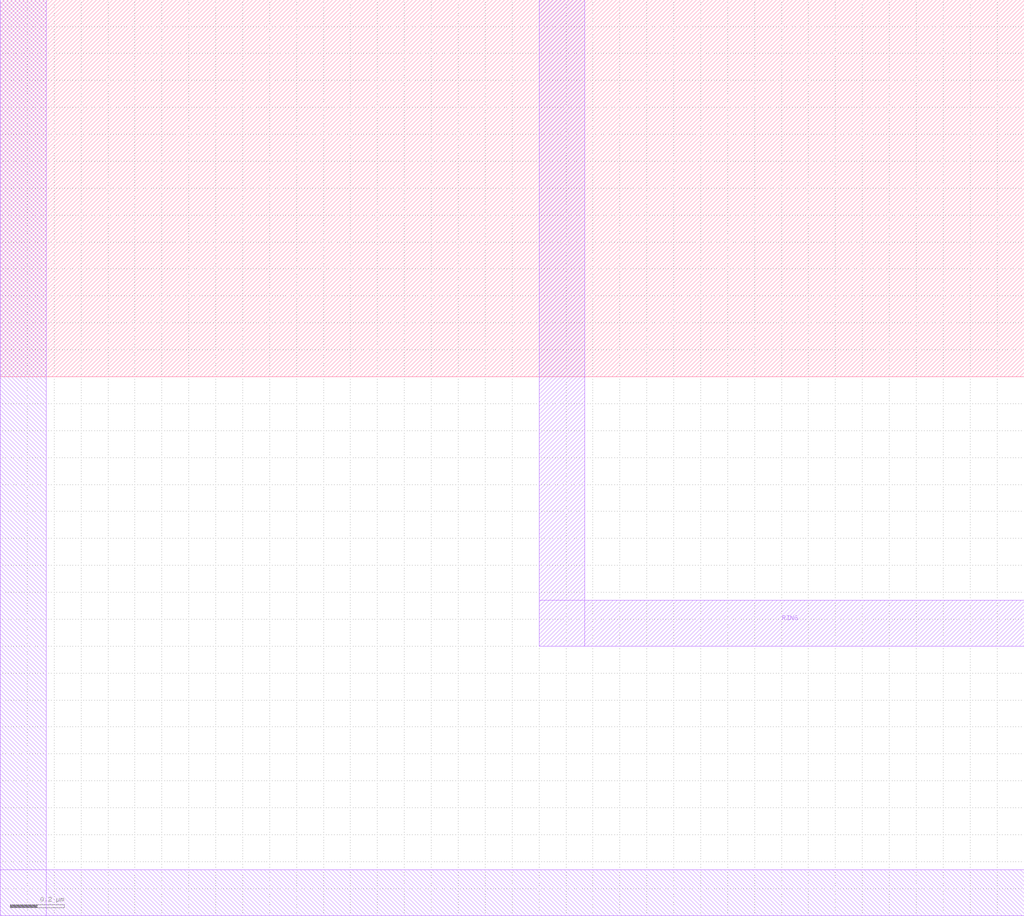
<source format=lef>
VERSION 5.6 ;
BUSBITCHARS "[]" ;
DIVIDERCHAR "/" ;

MACRO ENDCAP_20
  CLASS ENDCAP PRE ;
  ORIGIN 0 0 ;
  FOREIGN ENDCAP_20 0 0 ;
  SIZE 3.8 BY 1.4 ;
  SYMMETRY X Y ;
  SITE FreePDK45_38x28_10R_NP_162NW_34O ;

  PIN VDD
    DIRECTION INOUT ;
    USE POWER ;
    SHAPE ABUTMENT ;
    PORT
      LAYER metal1 ;
        RECT 3.42 1.315 3.8 1.485 ;
    END
  END VDD
  PIN VSS
    DIRECTION INOUT ;
    USE GROUND ;
    SHAPE ABUTMENT ;
    PORT
      LAYER metal1 ;
        RECT 3.42 -0.085 3.8 0.085 ;
    END
  END VSS

  PIN RING
    DIRECTION INOUT ;
    USE POWER ;
    SHAPE ABUTMENT ;
    PORT
      LAYER metal1 ;
        RECT 2 0 2.17 1.4 ;
    END
  END RING

  OBS
    LAYER metal1 ;
      RECT 0 0.615 2 0.785 ;
      RECT 0 0 0.17 1.4 ;
  END

END ENDCAP_20

MACRO CORNER_20
  CLASS CORE WELLTAP ;
  ORIGIN 0 0 ;
  FOREIGN CORNER_20 0 0 ;
  SIZE 3.8 BY 1.4 ;
  SYMMETRY X Y ;
  SITE FreePDK45_38x28_10R_NP_162NW_34O ;

  PIN RING
    DIRECTION INOUT ;
    USE POWER ;
    SHAPE ABUTMENT ;
    PORT
      LAYER metal1 ;
        RECT 2 -1 2.17 1.4 ;
        RECT 2 -1 3.8 -0.83 ;
    END
  END RING

  OBS
    LAYER metal1 ;
      RECT 0 -2 0.17 1.4 ;
      RECT 0 -2 3.8 -1.83 ;
  END
END CORNER_20

MACRO TB_1
  CLASS CORE WELLTAP ;
  ORIGIN 0 0 ;
  FOREIGN TB_1 0 0 ;
  SIZE 0.19 BY 1.4 ;
  SYMMETRY X Y ;
  SITE FreePDK45_38x28_10R_NP_162NW_34O ;

  PIN RING
    DIRECTION INOUT ;
    USE POWER ;
    SHAPE ABUTMENT ;
    PORT
      LAYER metal1 ;
        RECT 0 -1 0.19 -0.83 ;
    END
  END RING

  OBS
    LAYER metal1 ;
    RECT 0 -2 0.19 -1.83 ;
  END

END TB_1

END LIBRARY

</source>
